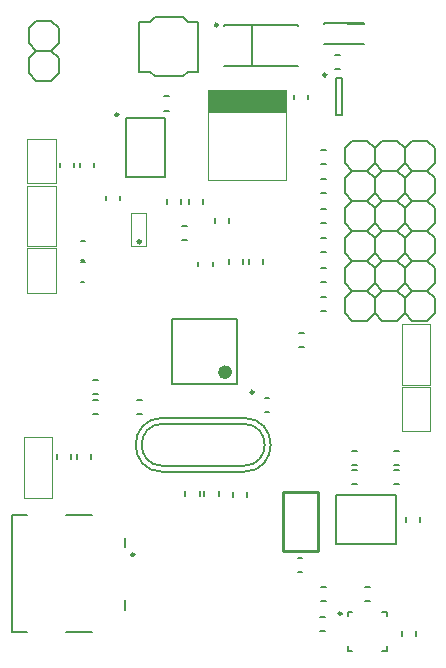
<source format=gto>
%FSLAX25Y25*%
%MOIN*%
G70*
G01*
G75*
G04 Layer_Color=65535*
%ADD10R,0.05906X0.05118*%
%ADD11C,0.03937*%
%ADD12R,0.05118X0.05906*%
%ADD13R,0.10236X0.08661*%
%ADD14R,0.07874X0.04724*%
%ADD15R,0.12992X0.09843*%
%ADD16R,0.05118X0.06299*%
%ADD17R,0.05512X0.03543*%
%ADD18R,0.09843X0.07874*%
%ADD19R,0.09055X0.01969*%
%ADD20R,0.05512X0.16535*%
%ADD21O,0.08661X0.02362*%
%ADD22R,0.04331X0.02559*%
%ADD23O,0.00984X0.05906*%
%ADD24O,0.05906X0.00984*%
%ADD25R,0.02362X0.00984*%
%ADD26R,0.00984X0.02362*%
%ADD27R,0.02165X0.00984*%
%ADD28R,0.00984X0.02165*%
%ADD29R,0.05118X0.02165*%
%ADD30C,0.02000*%
%ADD31C,0.00800*%
%ADD32C,0.01969*%
%ADD33C,0.01200*%
%ADD34C,0.01000*%
%ADD35C,0.01181*%
%ADD36C,0.00787*%
%ADD37C,0.02362*%
G04:AMPARAMS|DCode=38|XSize=35.43mil|YSize=47.24mil|CornerRadius=0mil|HoleSize=0mil|Usage=FLASHONLY|Rotation=90.000|XOffset=0mil|YOffset=0mil|HoleType=Round|Shape=Octagon|*
%AMOCTAGOND38*
4,1,8,-0.02362,-0.00886,-0.02362,0.00886,-0.01476,0.01772,0.01476,0.01772,0.02362,0.00886,0.02362,-0.00886,0.01476,-0.01772,-0.01476,-0.01772,-0.02362,-0.00886,0.0*
%
%ADD38OCTAGOND38*%

G04:AMPARAMS|DCode=39|XSize=80mil|YSize=60mil|CornerRadius=0mil|HoleSize=0mil|Usage=FLASHONLY|Rotation=90.000|XOffset=0mil|YOffset=0mil|HoleType=Round|Shape=Octagon|*
%AMOCTAGOND39*
4,1,8,0.01500,0.04000,-0.01500,0.04000,-0.03000,0.02500,-0.03000,-0.02500,-0.01500,-0.04000,0.01500,-0.04000,0.03000,-0.02500,0.03000,0.02500,0.01500,0.04000,0.0*
%
%ADD39OCTAGOND39*%

G04:AMPARAMS|DCode=40|XSize=31.5mil|YSize=39.37mil|CornerRadius=0mil|HoleSize=0mil|Usage=FLASHONLY|Rotation=270.000|XOffset=0mil|YOffset=0mil|HoleType=Round|Shape=Octagon|*
%AMOCTAGOND40*
4,1,8,0.01969,0.00787,0.01969,-0.00787,0.01181,-0.01575,-0.01181,-0.01575,-0.01969,-0.00787,-0.01969,0.00787,-0.01181,0.01575,0.01181,0.01575,0.01969,0.00787,0.0*
%
%ADD40OCTAGOND40*%

G04:AMPARAMS|DCode=41|XSize=80mil|YSize=60mil|CornerRadius=0mil|HoleSize=0mil|Usage=FLASHONLY|Rotation=0.000|XOffset=0mil|YOffset=0mil|HoleType=Round|Shape=Octagon|*
%AMOCTAGOND41*
4,1,8,0.04000,-0.01500,0.04000,0.01500,0.02500,0.03000,-0.02500,0.03000,-0.04000,0.01500,-0.04000,-0.01500,-0.02500,-0.03000,0.02500,-0.03000,0.04000,-0.01500,0.0*
%
%ADD41OCTAGOND41*%

G04:AMPARAMS|DCode=42|XSize=100mil|YSize=60mil|CornerRadius=0mil|HoleSize=0mil|Usage=FLASHONLY|Rotation=270.000|XOffset=0mil|YOffset=0mil|HoleType=Round|Shape=Octagon|*
%AMOCTAGOND42*
4,1,8,-0.01500,-0.05000,0.01500,-0.05000,0.03000,-0.03500,0.03000,0.03500,0.01500,0.05000,-0.01500,0.05000,-0.03000,0.03500,-0.03000,-0.03500,-0.01500,-0.05000,0.0*
%
%ADD42OCTAGOND42*%

%ADD43O,0.06000X0.10000*%
%ADD44C,0.04724*%
%ADD45R,0.10630X0.06299*%
%ADD46R,0.06102X0.03937*%
%ADD47R,0.03150X0.05906*%
%ADD48R,0.05906X0.05906*%
%ADD49R,0.06890X0.02756*%
%ADD50R,0.05906X0.05118*%
%ADD51R,0.05512X0.03150*%
%ADD52R,0.09449X0.02913*%
%ADD53C,0.00984*%
%ADD54C,0.02362*%
%ADD55C,0.00394*%
%ADD56C,0.00827*%
%ADD57C,0.00600*%
%ADD58R,0.25984X0.07677*%
D31*
X436500Y262118D02*
G03*
X436500Y248118I0J-7000D01*
G01*
Y264118D02*
G03*
X436500Y246118I0J-9000D01*
G01*
X463500D02*
G03*
X463500Y264118I0J9000D01*
G01*
Y248118D02*
G03*
X463500Y262118I0J7000D01*
G01*
X517205Y348996D02*
X519705Y346496D01*
X524705D01*
X527205Y348996D01*
Y353996D01*
X524705Y356496D02*
X527205Y353996D01*
X519705Y356496D02*
X524705D01*
X517205Y353996D02*
X519705Y356496D01*
X499705Y346496D02*
X504705D01*
X497205Y348996D02*
X499705Y346496D01*
X497205Y353996D02*
X499705Y356496D01*
X497205Y348996D02*
Y353996D01*
X507205Y348996D02*
X509705Y346496D01*
X514705D01*
X517205Y348996D01*
Y353996D01*
X514705Y356496D02*
X517205Y353996D01*
X509705Y356496D02*
X514705D01*
X507205Y353996D02*
X509705Y356496D01*
X504705Y346496D02*
X507205Y348996D01*
Y353996D01*
X504705Y356496D02*
X507205Y353996D01*
X499705Y356496D02*
X504705D01*
X517205Y338996D02*
X519705Y336496D01*
X524705D01*
X527205Y338996D01*
Y343996D01*
X524705Y346496D02*
X527205Y343996D01*
X519705Y346496D02*
X524705D01*
X517205Y343996D02*
X519705Y346496D01*
X499705Y336496D02*
X504705D01*
X497205Y338996D02*
X499705Y336496D01*
X497205Y343996D02*
X499705Y346496D01*
X497205Y338996D02*
Y343996D01*
X507205Y338996D02*
X509705Y336496D01*
X514705D01*
X517205Y338996D01*
Y343996D01*
X514705Y346496D02*
X517205Y343996D01*
X509705Y346496D02*
X514705D01*
X507205Y343996D02*
X509705Y346496D01*
X504705Y336496D02*
X507205Y338996D01*
Y343996D01*
X504705Y346496D02*
X507205Y343996D01*
X499705Y346496D02*
X504705D01*
X517205Y328996D02*
X519705Y326496D01*
X524705D01*
X527205Y328996D01*
Y333996D01*
X524705Y336496D02*
X527205Y333996D01*
X519705Y336496D02*
X524705D01*
X517205Y333996D02*
X519705Y336496D01*
X499705Y326496D02*
X504705D01*
X497205Y328996D02*
X499705Y326496D01*
X497205Y333996D02*
X499705Y336496D01*
X497205Y328996D02*
Y333996D01*
X507205Y328996D02*
X509705Y326496D01*
X514705D01*
X517205Y328996D01*
Y333996D01*
X514705Y336496D02*
X517205Y333996D01*
X509705Y336496D02*
X514705D01*
X507205Y333996D02*
X509705Y336496D01*
X504705Y326496D02*
X507205Y328996D01*
Y333996D01*
X504705Y336496D02*
X507205Y333996D01*
X499705Y336496D02*
X504705D01*
X517205Y318996D02*
X519705Y316496D01*
X524705D01*
X527205Y318996D01*
Y323996D01*
X524705Y326496D02*
X527205Y323996D01*
X519705Y326496D02*
X524705D01*
X517205Y323996D02*
X519705Y326496D01*
X499705Y316496D02*
X504705D01*
X497205Y318996D02*
X499705Y316496D01*
X497205Y323996D02*
X499705Y326496D01*
X497205Y318996D02*
Y323996D01*
X507205Y318996D02*
X509705Y316496D01*
X514705D01*
X517205Y318996D01*
Y323996D01*
X514705Y326496D02*
X517205Y323996D01*
X509705Y326496D02*
X514705D01*
X507205Y323996D02*
X509705Y326496D01*
X504705Y316496D02*
X507205Y318996D01*
Y323996D01*
X504705Y326496D02*
X507205Y323996D01*
X499705Y326496D02*
X504705D01*
X517205Y308996D02*
X519705Y306496D01*
X524705D01*
X527205Y308996D01*
Y313996D01*
X524705Y316496D02*
X527205Y313996D01*
X519705Y316496D02*
X524705D01*
X517205Y313996D02*
X519705Y316496D01*
X499705Y306496D02*
X504705D01*
X497205Y308996D02*
X499705Y306496D01*
X497205Y313996D02*
X499705Y316496D01*
X497205Y308996D02*
Y313996D01*
X507205Y308996D02*
X509705Y306496D01*
X514705D01*
X517205Y308996D01*
Y313996D01*
X514705Y316496D02*
X517205Y313996D01*
X509705Y316496D02*
X514705D01*
X507205Y313996D02*
X509705Y316496D01*
X504705Y306496D02*
X507205Y308996D01*
Y313996D01*
X504705Y316496D02*
X507205Y313996D01*
X499705Y316496D02*
X504705D01*
X517205Y298996D02*
X519705Y296496D01*
X524705D01*
X527205Y298996D01*
Y303996D01*
X524705Y306496D02*
X527205Y303996D01*
X519705Y306496D02*
X524705D01*
X517205Y303996D02*
X519705Y306496D01*
X499705Y296496D02*
X504705D01*
X497205Y298996D02*
X499705Y296496D01*
X497205Y303996D02*
X499705Y306496D01*
X497205Y298996D02*
Y303996D01*
X507205Y298996D02*
X509705Y296496D01*
X514705D01*
X517205Y298996D01*
Y303996D01*
X514705Y306496D02*
X517205Y303996D01*
X509705Y306496D02*
X514705D01*
X507205Y303996D02*
X509705Y306496D01*
X504705Y296496D02*
X507205Y298996D01*
Y303996D01*
X504705Y306496D02*
X507205Y303996D01*
X499705Y306496D02*
X504705D01*
X391850Y388996D02*
Y393996D01*
X394350Y396496D01*
X399350D02*
X401850Y393996D01*
X394350Y396496D02*
X399350D01*
X391850Y383996D02*
X394350Y386496D01*
X391850Y378996D02*
Y383996D01*
Y378996D02*
X394350Y376496D01*
X399350D01*
X401850Y378996D01*
Y383996D01*
X399350Y386496D02*
X401850Y383996D01*
X391850Y388996D02*
X394350Y386496D01*
X399350D01*
X401850Y388996D01*
Y393996D01*
X436500Y264118D02*
X463500D01*
X436500Y246118D02*
X463500D01*
X436500Y262118D02*
X463500D01*
X436500Y248118D02*
X463500D01*
D34*
X476624Y219783D02*
Y239469D01*
Y219783D02*
X488435D01*
Y239469D01*
X476624D02*
X488435D01*
D35*
X429134Y322835D02*
G03*
X429134Y322835I-394J0D01*
G01*
D36*
X484842Y370276D02*
Y371850D01*
X480118Y370276D02*
Y371850D01*
X516142Y191339D02*
Y192913D01*
X520866Y191339D02*
Y192913D01*
X437008Y371260D02*
X438583D01*
X437008Y366535D02*
X438583D01*
X470079Y315354D02*
Y316929D01*
X465354Y315354D02*
Y316929D01*
X459842Y237795D02*
Y239370D01*
X464567Y237795D02*
Y239370D01*
X463386Y315354D02*
Y316929D01*
X458661Y315354D02*
Y316929D01*
X456890Y381299D02*
Y381496D01*
Y394882D02*
Y395079D01*
X466142Y381299D02*
Y395079D01*
X481693Y381299D02*
Y381496D01*
Y394882D02*
Y395079D01*
X456890D02*
X481693D01*
X456890Y381299D02*
X481693D01*
X498425Y395472D02*
X503543D01*
X490158D02*
Y395669D01*
X498425Y388779D02*
X503543D01*
X490158Y388583D02*
Y388779D01*
Y395669D02*
X503543D01*
X490158Y388583D02*
X503543D01*
X494095Y385039D02*
X495669D01*
X494095Y380315D02*
X495669D01*
X417717Y336614D02*
Y338189D01*
X422441Y336614D02*
Y338189D01*
X453150Y314567D02*
Y316142D01*
X448425Y314567D02*
Y316142D01*
X450394Y238189D02*
Y239764D01*
X455118Y238189D02*
Y239764D01*
X481890Y287795D02*
X483465D01*
X481890Y292520D02*
X483465D01*
X444095Y238189D02*
Y239764D01*
X448819Y238189D02*
Y239764D01*
X437795Y335433D02*
Y337008D01*
X442520Y335433D02*
Y337008D01*
X445276Y335433D02*
Y337008D01*
X450000Y335433D02*
Y337008D01*
X427953Y265354D02*
X429528D01*
X427953Y270079D02*
X429528D01*
X470472Y270866D02*
X472047D01*
X470472Y266142D02*
X472047D01*
X458661Y329134D02*
Y330709D01*
X453937Y329134D02*
Y330709D01*
X513779Y248425D02*
X515354D01*
X513779Y253150D02*
X515354D01*
X513779Y242126D02*
X515354D01*
X513779Y246850D02*
X515354D01*
X499606D02*
X501181D01*
X499606Y242126D02*
X501181D01*
X499606Y253150D02*
X501181D01*
X499606Y248425D02*
X501181D01*
X488976Y197638D02*
X490551D01*
X488976Y192913D02*
X490551D01*
X489370Y207874D02*
X490945D01*
X489370Y203150D02*
X490945D01*
X481496Y212598D02*
X483071D01*
X481496Y217323D02*
X483071D01*
X522441Y229528D02*
Y231102D01*
X517717Y229528D02*
Y231102D01*
X503937Y207874D02*
X505512D01*
X503937Y203150D02*
X505512D01*
X409350Y315945D02*
X410532D01*
X409252Y309547D02*
X410433D01*
X409350Y323031D02*
X410532D01*
X409252Y316634D02*
X410433D01*
X386221Y192717D02*
Y231693D01*
Y192717D02*
X391339D01*
X404331D02*
X412992D01*
X404331Y231693D02*
X412992D01*
X386221D02*
X391339D01*
X424016Y200197D02*
Y203347D01*
Y221063D02*
Y224213D01*
X428740Y387795D02*
Y396063D01*
X432283D01*
Y396063D02*
X433858Y397638D01*
X438583D01*
X443307D01*
X444882Y396063D01*
Y396063D02*
X448425D01*
Y387795D02*
Y396063D01*
Y379528D02*
Y387795D01*
X444882Y379528D02*
X448425D01*
X443307Y377953D02*
X444882Y379528D01*
X438583Y377953D02*
X443307D01*
X433858D02*
X438583D01*
X432283Y379528D02*
X433858Y377953D01*
X428740Y379528D02*
X432283D01*
X428740D02*
Y387795D01*
X402362Y347638D02*
Y349213D01*
X407087Y347638D02*
Y349213D01*
X409055Y347638D02*
Y349213D01*
X413779Y347638D02*
Y349213D01*
X413386Y265354D02*
X414961D01*
X413386Y270079D02*
X414961D01*
X413386Y276772D02*
X414961D01*
X413386Y272047D02*
X414961D01*
X442913Y323228D02*
X444488D01*
X442913Y327953D02*
X444488D01*
X412598Y250394D02*
Y251969D01*
X407874Y250394D02*
Y251969D01*
X405905Y250394D02*
Y251969D01*
X401181Y250394D02*
Y251969D01*
X489370Y348819D02*
X490945D01*
X489370Y353543D02*
X490945D01*
X489370Y338976D02*
X490945D01*
X489370Y343701D02*
X490945D01*
X489370Y299606D02*
X490945D01*
X489370Y304331D02*
X490945D01*
X489370Y309449D02*
X490945D01*
X489370Y314173D02*
X490945D01*
X489370Y319291D02*
X490945D01*
X489370Y324016D02*
X490945D01*
X489370Y329134D02*
X490945D01*
X489370Y333858D02*
X490945D01*
X427165Y344488D02*
X434252D01*
X427165Y364173D02*
X434252D01*
X494291Y377362D02*
X496260D01*
X494291Y365158D02*
X496260D01*
X494291D02*
Y377362D01*
X496260Y365158D02*
Y377362D01*
X439567Y297047D02*
X461221D01*
X439567Y275394D02*
X461221D01*
X439567D02*
Y297047D01*
X461221Y275394D02*
Y297047D01*
X498228Y197933D02*
Y199409D01*
X499705D01*
X509744D02*
X511221D01*
Y197933D02*
Y199409D01*
Y186417D02*
Y187894D01*
X509744Y186417D02*
X511221D01*
X498228D02*
Y187894D01*
Y186417D02*
X499705D01*
D53*
X454823Y395079D02*
G03*
X454823Y395079I-492J0D01*
G01*
X427067Y218504D02*
G03*
X427067Y218504I-492J0D01*
G01*
X421752Y365177D02*
G03*
X421752Y365177I-492J0D01*
G01*
X491043Y378445D02*
G03*
X491043Y378445I-492J0D01*
G01*
X466831Y272638D02*
G03*
X466831Y272638I-492J0D01*
G01*
X496161Y198819D02*
G03*
X496161Y198819I-492J0D01*
G01*
D54*
X458465Y279331D02*
G03*
X458465Y279331I-1181J0D01*
G01*
D55*
X451575Y343701D02*
Y358268D01*
Y343307D02*
Y343701D01*
Y343307D02*
X464567D01*
X451575Y373228D02*
X464567D01*
X451575Y372835D02*
Y373228D01*
Y358268D02*
Y372835D01*
X477559Y343701D02*
Y358268D01*
Y343307D02*
Y343701D01*
X464567Y343307D02*
X477559D01*
X464567Y373228D02*
X477559D01*
Y372835D02*
Y373228D01*
Y358268D02*
Y372835D01*
X425984Y321260D02*
Y326772D01*
Y321260D02*
X431102D01*
Y326772D01*
Y332283D01*
X425984D02*
X431102D01*
X425984Y326772D02*
Y332283D01*
X400787Y349724D02*
Y357205D01*
X396063D02*
X400787D01*
X396063Y342244D02*
X400787D01*
Y349724D01*
X391339Y342244D02*
Y349724D01*
Y342244D02*
X396063D01*
X391339Y357205D02*
X396063D01*
X391339Y349724D02*
Y357205D01*
X525591Y275079D02*
Y282559D01*
X520866Y275079D02*
X525591D01*
Y282559D02*
Y290039D01*
X516142Y282559D02*
Y290039D01*
Y275079D02*
X520866D01*
X516142D02*
Y282559D01*
Y275079D02*
Y295276D01*
X525591D01*
Y290039D02*
Y295276D01*
Y267047D02*
Y274528D01*
X520866D02*
X525591D01*
X520866Y259567D02*
X525591D01*
Y267047D01*
X516142Y259567D02*
Y267047D01*
Y259567D02*
X520866D01*
X516142Y274528D02*
X520866D01*
X516142Y267047D02*
Y274528D01*
X390158Y250118D02*
Y257598D01*
X394882D01*
X390158Y242638D02*
Y250118D01*
X399606Y242638D02*
Y250118D01*
X394882Y257598D02*
X399606D01*
Y250118D02*
Y257598D01*
Y237402D02*
Y257598D01*
X390158Y237402D02*
X399606D01*
X390158D02*
Y242638D01*
X391339Y305787D02*
Y313268D01*
Y305787D02*
X396063D01*
X391339Y320748D02*
X396063D01*
X391339Y313268D02*
Y320748D01*
X400787Y313268D02*
Y320748D01*
X396063D02*
X400787D01*
X396063Y305787D02*
X400787D01*
Y313268D01*
X391339Y333976D02*
Y341457D01*
X396063D01*
X391339Y326496D02*
Y333976D01*
X400787Y326496D02*
Y333976D01*
X396063Y341457D02*
X400787D01*
Y333976D02*
Y341457D01*
Y321260D02*
Y341457D01*
X391339Y321260D02*
X400787D01*
X391339D02*
Y326496D01*
X432283Y396063D02*
Y396063D01*
X428740Y396063D02*
X431102D01*
X446063D02*
X448425D01*
X444882D02*
Y396063D01*
Y379528D02*
Y379528D01*
X446063D02*
X448425D01*
X428740D02*
X431102D01*
X432283Y379528D02*
Y379528D01*
D56*
X424209Y344488D02*
X427165D01*
X424209D02*
Y364173D01*
X427165D01*
X437209D01*
Y344488D02*
Y364173D01*
X434252Y344488D02*
X437209D01*
D57*
X513131Y222115D02*
X514431D01*
Y237115D02*
Y238515D01*
X494231D02*
X495531D01*
X494231Y222115D02*
X495531D01*
X514431D02*
Y223515D01*
X513131Y238515D02*
X514431D01*
X494231Y237115D02*
Y238515D01*
Y222115D02*
Y223515D01*
Y238515D02*
X499231D01*
X494231Y222115D02*
Y233515D01*
Y222115D02*
X514431D01*
Y238515D01*
X499231D02*
X514431D01*
X494231Y233515D02*
Y238515D01*
D58*
X464567Y369390D02*
D03*
M02*

</source>
